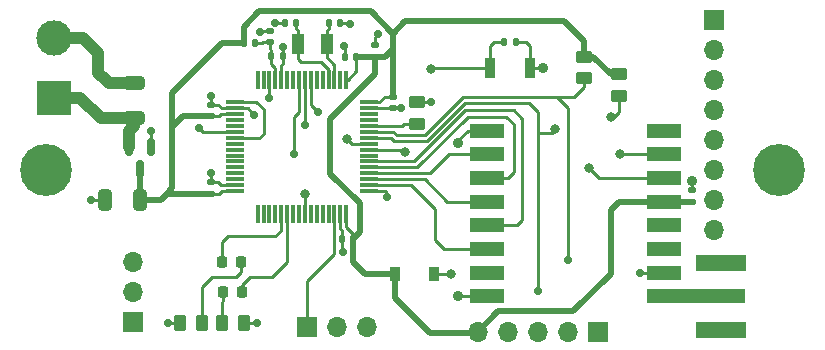
<source format=gbr>
%TF.GenerationSoftware,KiCad,Pcbnew,(6.0.1)*%
%TF.CreationDate,2023-03-06T20:27:36-05:00*%
%TF.ProjectId,PCBFiles_Node,50434246-696c-4657-935f-4e6f64652e6b,rev?*%
%TF.SameCoordinates,Original*%
%TF.FileFunction,Copper,L1,Top*%
%TF.FilePolarity,Positive*%
%FSLAX46Y46*%
G04 Gerber Fmt 4.6, Leading zero omitted, Abs format (unit mm)*
G04 Created by KiCad (PCBNEW (6.0.1)) date 2023-03-06 20:27:36*
%MOMM*%
%LPD*%
G01*
G04 APERTURE LIST*
G04 Aperture macros list*
%AMRoundRect*
0 Rectangle with rounded corners*
0 $1 Rounding radius*
0 $2 $3 $4 $5 $6 $7 $8 $9 X,Y pos of 4 corners*
0 Add a 4 corners polygon primitive as box body*
4,1,4,$2,$3,$4,$5,$6,$7,$8,$9,$2,$3,0*
0 Add four circle primitives for the rounded corners*
1,1,$1+$1,$2,$3*
1,1,$1+$1,$4,$5*
1,1,$1+$1,$6,$7*
1,1,$1+$1,$8,$9*
0 Add four rect primitives between the rounded corners*
20,1,$1+$1,$2,$3,$4,$5,0*
20,1,$1+$1,$4,$5,$6,$7,0*
20,1,$1+$1,$6,$7,$8,$9,0*
20,1,$1+$1,$8,$9,$2,$3,0*%
G04 Aperture macros list end*
%TA.AperFunction,ComponentPad*%
%ADD10R,3.000000X3.000000*%
%TD*%
%TA.AperFunction,ComponentPad*%
%ADD11C,3.000000*%
%TD*%
%TA.AperFunction,SMDPad,CuDef*%
%ADD12RoundRect,0.250000X-0.450000X0.262500X-0.450000X-0.262500X0.450000X-0.262500X0.450000X0.262500X0*%
%TD*%
%TA.AperFunction,SMDPad,CuDef*%
%ADD13RoundRect,0.140000X0.140000X0.170000X-0.140000X0.170000X-0.140000X-0.170000X0.140000X-0.170000X0*%
%TD*%
%TA.AperFunction,SMDPad,CuDef*%
%ADD14RoundRect,0.140000X0.170000X-0.140000X0.170000X0.140000X-0.170000X0.140000X-0.170000X-0.140000X0*%
%TD*%
%TA.AperFunction,SMDPad,CuDef*%
%ADD15R,0.900000X1.200000*%
%TD*%
%TA.AperFunction,SMDPad,CuDef*%
%ADD16RoundRect,0.075000X-0.075000X0.700000X-0.075000X-0.700000X0.075000X-0.700000X0.075000X0.700000X0*%
%TD*%
%TA.AperFunction,SMDPad,CuDef*%
%ADD17RoundRect,0.075000X-0.700000X0.075000X-0.700000X-0.075000X0.700000X-0.075000X0.700000X0.075000X0*%
%TD*%
%TA.AperFunction,SMDPad,CuDef*%
%ADD18RoundRect,0.140000X-0.140000X-0.170000X0.140000X-0.170000X0.140000X0.170000X-0.140000X0.170000X0*%
%TD*%
%TA.AperFunction,SMDPad,CuDef*%
%ADD19RoundRect,0.250000X0.650000X-0.325000X0.650000X0.325000X-0.650000X0.325000X-0.650000X-0.325000X0*%
%TD*%
%TA.AperFunction,ComponentPad*%
%ADD20C,4.400000*%
%TD*%
%TA.AperFunction,SMDPad,CuDef*%
%ADD21RoundRect,0.140000X-0.170000X0.140000X-0.170000X-0.140000X0.170000X-0.140000X0.170000X0.140000X0*%
%TD*%
%TA.AperFunction,SMDPad,CuDef*%
%ADD22RoundRect,0.147500X-0.147500X-0.172500X0.147500X-0.172500X0.147500X0.172500X-0.147500X0.172500X0*%
%TD*%
%TA.AperFunction,SMDPad,CuDef*%
%ADD23RoundRect,0.250000X0.325000X0.650000X-0.325000X0.650000X-0.325000X-0.650000X0.325000X-0.650000X0*%
%TD*%
%TA.AperFunction,SMDPad,CuDef*%
%ADD24R,0.900000X1.700000*%
%TD*%
%TA.AperFunction,SMDPad,CuDef*%
%ADD25RoundRect,0.250000X0.450000X-0.262500X0.450000X0.262500X-0.450000X0.262500X-0.450000X-0.262500X0*%
%TD*%
%TA.AperFunction,SMDPad,CuDef*%
%ADD26RoundRect,0.250000X-0.262500X-0.450000X0.262500X-0.450000X0.262500X0.450000X-0.262500X0.450000X0*%
%TD*%
%TA.AperFunction,SMDPad,CuDef*%
%ADD27R,1.000000X1.800000*%
%TD*%
%TA.AperFunction,SMDPad,CuDef*%
%ADD28RoundRect,0.250000X0.262500X0.450000X-0.262500X0.450000X-0.262500X-0.450000X0.262500X-0.450000X0*%
%TD*%
%TA.AperFunction,SMDPad,CuDef*%
%ADD29RoundRect,0.150000X-0.150000X0.587500X-0.150000X-0.587500X0.150000X-0.587500X0.150000X0.587500X0*%
%TD*%
%TA.AperFunction,ComponentPad*%
%ADD30R,1.700000X1.700000*%
%TD*%
%TA.AperFunction,ComponentPad*%
%ADD31O,1.700000X1.700000*%
%TD*%
%TA.AperFunction,SMDPad,CuDef*%
%ADD32R,3.000000X1.300000*%
%TD*%
%TA.AperFunction,SMDPad,CuDef*%
%ADD33RoundRect,0.218750X-0.218750X-0.256250X0.218750X-0.256250X0.218750X0.256250X-0.218750X0.256250X0*%
%TD*%
%TA.AperFunction,SMDPad,CuDef*%
%ADD34RoundRect,0.218750X0.218750X0.256250X-0.218750X0.256250X-0.218750X-0.256250X0.218750X-0.256250X0*%
%TD*%
%TA.AperFunction,SMDPad,CuDef*%
%ADD35R,3.600000X1.270000*%
%TD*%
%TA.AperFunction,SMDPad,CuDef*%
%ADD36R,4.200000X1.350000*%
%TD*%
%TA.AperFunction,ViaPad*%
%ADD37C,0.700000*%
%TD*%
%TA.AperFunction,ViaPad*%
%ADD38C,0.800000*%
%TD*%
%TA.AperFunction,ViaPad*%
%ADD39C,0.900000*%
%TD*%
%TA.AperFunction,Conductor*%
%ADD40C,0.500000*%
%TD*%
%TA.AperFunction,Conductor*%
%ADD41C,0.250000*%
%TD*%
%TA.AperFunction,Conductor*%
%ADD42C,1.000000*%
%TD*%
%TA.AperFunction,Conductor*%
%ADD43C,1.200000*%
%TD*%
G04 APERTURE END LIST*
D10*
%TO.P,J1,1,Pin_1*%
%TO.N,+5V*%
X48200000Y-92140000D03*
D11*
%TO.P,J1,2,Pin_2*%
%TO.N,GND*%
X48200000Y-87060000D03*
%TD*%
D12*
%TO.P,R4,1*%
%TO.N,+3V3*%
X96040000Y-90177500D03*
%TO.P,R4,2*%
%TO.N,I2C1_SCL*%
X96040000Y-92002500D03*
%TD*%
D13*
%TO.P,C13,1*%
%TO.N,LSE_OUT*%
X68730000Y-85855000D03*
%TO.P,C13,2*%
%TO.N,GND*%
X67770000Y-85855000D03*
%TD*%
D14*
%TO.P,C14,1*%
%TO.N,+3V3*%
X102240000Y-100960000D03*
%TO.P,C14,2*%
%TO.N,GND*%
X102240000Y-100000000D03*
%TD*%
D15*
%TO.P,D1,1,K*%
%TO.N,Net-(D1-Pad1)*%
X80360000Y-107100000D03*
%TO.P,D1,2,A*%
%TO.N,+3V3*%
X77060000Y-107100000D03*
%TD*%
D16*
%TO.P,U1,1,VBAT*%
%TO.N,+3V3*%
X72950000Y-90625000D03*
%TO.P,U1,2,PC13*%
%TO.N,unconnected-(U1-Pad2)*%
X72450000Y-90625000D03*
%TO.P,U1,3,PC14*%
%TO.N,LSE_IN*%
X71950000Y-90625000D03*
%TO.P,U1,4,PC15*%
%TO.N,LSE_OUT*%
X71450000Y-90625000D03*
%TO.P,U1,5,PH0*%
%TO.N,unconnected-(U1-Pad5)*%
X70950000Y-90625000D03*
%TO.P,U1,6,PH1*%
%TO.N,unconnected-(U1-Pad6)*%
X70450000Y-90625000D03*
%TO.P,U1,7,NRST*%
%TO.N,NRST*%
X69950000Y-90625000D03*
%TO.P,U1,8,PC0*%
%TO.N,LPUART1_RX*%
X69450000Y-90625000D03*
%TO.P,U1,9,PC1*%
%TO.N,LPUART1_TX*%
X68950000Y-90625000D03*
%TO.P,U1,10,PC2*%
%TO.N,unconnected-(U1-Pad10)*%
X68450000Y-90625000D03*
%TO.P,U1,11,PC3*%
%TO.N,unconnected-(U1-Pad11)*%
X67950000Y-90625000D03*
%TO.P,U1,12,VSSA*%
%TO.N,GND*%
X67450000Y-90625000D03*
%TO.P,U1,13,VDDA*%
%TO.N,+3.3VA*%
X66950000Y-90625000D03*
%TO.P,U1,14,PA0*%
%TO.N,V_REF_IN*%
X66450000Y-90625000D03*
%TO.P,U1,15,PA1*%
%TO.N,unconnected-(U1-Pad15)*%
X65950000Y-90625000D03*
%TO.P,U1,16,PA2*%
%TO.N,unconnected-(U1-Pad16)*%
X65450000Y-90625000D03*
D17*
%TO.P,U1,17,PA3*%
%TO.N,V_REF_OUT*%
X63525000Y-92550000D03*
%TO.P,U1,18,VSS*%
%TO.N,GND*%
X63525000Y-93050000D03*
%TO.P,U1,19,VDD*%
%TO.N,+3V3*%
X63525000Y-93550000D03*
%TO.P,U1,20,PA4*%
%TO.N,unconnected-(U1-Pad20)*%
X63525000Y-94050000D03*
%TO.P,U1,21,PA5*%
%TO.N,unconnected-(U1-Pad21)*%
X63525000Y-94550000D03*
%TO.P,U1,22,PA6*%
%TO.N,V_GAS*%
X63525000Y-95050000D03*
%TO.P,U1,23,PA7*%
%TO.N,V_REF_OUT*%
X63525000Y-95550000D03*
%TO.P,U1,24,PC4*%
%TO.N,unconnected-(U1-Pad24)*%
X63525000Y-96050000D03*
%TO.P,U1,25,PC5*%
%TO.N,unconnected-(U1-Pad25)*%
X63525000Y-96550000D03*
%TO.P,U1,26,PB0*%
%TO.N,unconnected-(U1-Pad26)*%
X63525000Y-97050000D03*
%TO.P,U1,27,PB1*%
%TO.N,unconnected-(U1-Pad27)*%
X63525000Y-97550000D03*
%TO.P,U1,28,PB2*%
%TO.N,unconnected-(U1-Pad28)*%
X63525000Y-98050000D03*
%TO.P,U1,29,PB10*%
%TO.N,unconnected-(U1-Pad29)*%
X63525000Y-98550000D03*
%TO.P,U1,30,PB11*%
%TO.N,unconnected-(U1-Pad30)*%
X63525000Y-99050000D03*
%TO.P,U1,31,VSS*%
%TO.N,GND*%
X63525000Y-99550000D03*
%TO.P,U1,32,VDD*%
%TO.N,+3V3*%
X63525000Y-100050000D03*
D16*
%TO.P,U1,33,PB12*%
%TO.N,unconnected-(U1-Pad33)*%
X65450000Y-101975000D03*
%TO.P,U1,34,PB13*%
%TO.N,unconnected-(U1-Pad34)*%
X65950000Y-101975000D03*
%TO.P,U1,35,PB14*%
%TO.N,unconnected-(U1-Pad35)*%
X66450000Y-101975000D03*
%TO.P,U1,36,PB15*%
%TO.N,unconnected-(U1-Pad36)*%
X66950000Y-101975000D03*
%TO.P,U1,37,PC6*%
%TO.N,RED_LED*%
X67450000Y-101975000D03*
%TO.P,U1,38,PC7*%
%TO.N,GREEN_LED*%
X67950000Y-101975000D03*
%TO.P,U1,39,PC8*%
%TO.N,unconnected-(U1-Pad39)*%
X68450000Y-101975000D03*
%TO.P,U1,40,PC9*%
%TO.N,unconnected-(U1-Pad40)*%
X68950000Y-101975000D03*
%TO.P,U1,41,PA8*%
%TO.N,RESET_SHT31*%
X69450000Y-101975000D03*
%TO.P,U1,42,PA9*%
%TO.N,unconnected-(U1-Pad42)*%
X69950000Y-101975000D03*
%TO.P,U1,43,PA10*%
%TO.N,unconnected-(U1-Pad43)*%
X70450000Y-101975000D03*
%TO.P,U1,44,PA11*%
%TO.N,unconnected-(U1-Pad44)*%
X70950000Y-101975000D03*
%TO.P,U1,45,PA12*%
%TO.N,unconnected-(U1-Pad45)*%
X71450000Y-101975000D03*
%TO.P,U1,46,PA13*%
%TO.N,SWDIO*%
X71950000Y-101975000D03*
%TO.P,U1,47,VSS*%
%TO.N,GND*%
X72450000Y-101975000D03*
%TO.P,U1,48,VDD*%
%TO.N,+3V3*%
X72950000Y-101975000D03*
D17*
%TO.P,U1,49,PA14*%
%TO.N,SWCLK*%
X74875000Y-100050000D03*
%TO.P,U1,50,PA15*%
%TO.N,RESET_RFM9X*%
X74875000Y-99550000D03*
%TO.P,U1,51,PC10*%
%TO.N,SPI3_SCK*%
X74875000Y-99050000D03*
%TO.P,U1,52,PC11*%
%TO.N,SPI3_MISO*%
X74875000Y-98550000D03*
%TO.P,U1,53,PC12*%
%TO.N,SPI3_MOSI*%
X74875000Y-98050000D03*
%TO.P,U1,54,PD2*%
%TO.N,SPI3_NSS*%
X74875000Y-97550000D03*
%TO.P,U1,55,PB3*%
%TO.N,unconnected-(U1-Pad55)*%
X74875000Y-97050000D03*
%TO.P,U1,56,PB4*%
%TO.N,DIO0_RFM9X*%
X74875000Y-96550000D03*
%TO.P,U1,57,PB5*%
%TO.N,BATT_IND*%
X74875000Y-96050000D03*
%TO.P,U1,58,PB6*%
%TO.N,I2C1_SCL*%
X74875000Y-95550000D03*
%TO.P,U1,59,PB7*%
%TO.N,I2C1_SDA*%
X74875000Y-95050000D03*
%TO.P,U1,60,PH3*%
%TO.N,BOOT0*%
X74875000Y-94550000D03*
%TO.P,U1,61,PB8*%
%TO.N,unconnected-(U1-Pad61)*%
X74875000Y-94050000D03*
%TO.P,U1,62,PB9*%
%TO.N,unconnected-(U1-Pad62)*%
X74875000Y-93550000D03*
%TO.P,U1,63,VSS*%
%TO.N,GND*%
X74875000Y-93050000D03*
%TO.P,U1,64,VDD*%
%TO.N,+3V3*%
X74875000Y-92550000D03*
%TD*%
D14*
%TO.P,C10,1*%
%TO.N,+3.3VA*%
X66500000Y-87480000D03*
%TO.P,C10,2*%
%TO.N,GND*%
X66500000Y-86520000D03*
%TD*%
D18*
%TO.P,C11,1*%
%TO.N,+3.3VA*%
X66620000Y-88650000D03*
%TO.P,C11,2*%
%TO.N,GND*%
X67580000Y-88650000D03*
%TD*%
D19*
%TO.P,C1,1*%
%TO.N,+5V*%
X54970000Y-93875000D03*
%TO.P,C1,2*%
%TO.N,GND*%
X54970000Y-90925000D03*
%TD*%
D20*
%TO.P,H1,1*%
%TO.N,N/C*%
X109600000Y-98300000D03*
%TD*%
D21*
%TO.P,C8,1*%
%TO.N,+3V3*%
X76900000Y-92070000D03*
%TO.P,C8,2*%
%TO.N,GND*%
X76900000Y-93030000D03*
%TD*%
D14*
%TO.P,C3,1*%
%TO.N,+3V3*%
X75400000Y-88680000D03*
%TO.P,C3,2*%
%TO.N,GND*%
X75400000Y-87720000D03*
%TD*%
%TO.P,C6,1*%
%TO.N,+3V3*%
X61500000Y-100280000D03*
%TO.P,C6,2*%
%TO.N,GND*%
X61500000Y-99320000D03*
%TD*%
D22*
%TO.P,L1,1*%
%TO.N,+3V3*%
X64265000Y-87550000D03*
%TO.P,L1,2*%
%TO.N,+3.3VA*%
X65235000Y-87550000D03*
%TD*%
D23*
%TO.P,C2,1*%
%TO.N,+3V3*%
X55505000Y-100780000D03*
%TO.P,C2,2*%
%TO.N,GND*%
X52555000Y-100780000D03*
%TD*%
D24*
%TO.P,SW1,1,1*%
%TO.N,NRST*%
X85110000Y-89650000D03*
%TO.P,SW1,2,2*%
%TO.N,GND*%
X88510000Y-89650000D03*
%TD*%
D25*
%TO.P,R1,1*%
%TO.N,BOOT0*%
X78950000Y-94372500D03*
%TO.P,R1,2*%
%TO.N,GND*%
X78950000Y-92547500D03*
%TD*%
D26*
%TO.P,R2,1*%
%TO.N,Net-(D2-Pad1)*%
X62437500Y-111250000D03*
%TO.P,R2,2*%
%TO.N,GND*%
X64262500Y-111250000D03*
%TD*%
D27*
%TO.P,Y1,1,1*%
%TO.N,LSE_OUT*%
X68850000Y-87600000D03*
%TO.P,Y1,2,2*%
%TO.N,LSE_IN*%
X71350000Y-87600000D03*
%TD*%
D28*
%TO.P,R3,1*%
%TO.N,Net-(D3-Pad1)*%
X60712500Y-111250000D03*
%TO.P,R3,2*%
%TO.N,GND*%
X58887500Y-111250000D03*
%TD*%
D12*
%TO.P,R5,1*%
%TO.N,+3V3*%
X93100000Y-88667500D03*
%TO.P,R5,2*%
%TO.N,I2C1_SDA*%
X93100000Y-90492500D03*
%TD*%
D13*
%TO.P,C4,1*%
%TO.N,+3V3*%
X73780000Y-88700000D03*
%TO.P,C4,2*%
%TO.N,GND*%
X72820000Y-88700000D03*
%TD*%
D29*
%TO.P,U3,1,GND*%
%TO.N,GND*%
X56460000Y-96332500D03*
%TO.P,U3,2,VI*%
%TO.N,+5V*%
X54560000Y-96332500D03*
%TO.P,U3,3,VO*%
%TO.N,+3V3*%
X55510000Y-98207500D03*
%TD*%
D30*
%TO.P,J4,1,Pin_1*%
%TO.N,GND*%
X94240000Y-111960000D03*
D31*
%TO.P,J4,2,Pin_2*%
%TO.N,I2C1_SDA*%
X91700000Y-111960000D03*
%TO.P,J4,3,Pin_3*%
%TO.N,I2C1_SCL*%
X89160000Y-111960000D03*
%TO.P,J4,4,Pin_4*%
%TO.N,RESET_SHT31*%
X86620000Y-111960000D03*
%TO.P,J4,5,Pin_5*%
%TO.N,+3V3*%
X84080000Y-111960000D03*
%TD*%
D18*
%TO.P,C9,1*%
%TO.N,NRST*%
X86330000Y-87400000D03*
%TO.P,C9,2*%
%TO.N,GND*%
X87290000Y-87400000D03*
%TD*%
%TO.P,C12,1*%
%TO.N,LSE_IN*%
X71470000Y-85855000D03*
%TO.P,C12,2*%
%TO.N,GND*%
X72430000Y-85855000D03*
%TD*%
D13*
%TO.P,C7,1*%
%TO.N,+3V3*%
X73530000Y-104100000D03*
%TO.P,C7,2*%
%TO.N,GND*%
X72570000Y-104100000D03*
%TD*%
D32*
%TO.P,U2,1,GND*%
%TO.N,GND*%
X84850000Y-94960000D03*
%TO.P,U2,2,MISO*%
%TO.N,SPI3_MISO*%
X84850000Y-96960000D03*
%TO.P,U2,3,MOSI*%
%TO.N,SPI3_MOSI*%
X84850000Y-98960000D03*
%TO.P,U2,4,SCK*%
%TO.N,SPI3_SCK*%
X84850000Y-100960000D03*
%TO.P,U2,5,NSS*%
%TO.N,SPI3_NSS*%
X84850000Y-102960000D03*
%TO.P,U2,6,~{RESET}*%
%TO.N,RESET_RFM9X*%
X84850000Y-104960000D03*
%TO.P,U2,7,DIO5*%
%TO.N,unconnected-(U2-Pad7)*%
X84850000Y-106960000D03*
%TO.P,U2,8,GND*%
%TO.N,GND*%
X84850000Y-108960000D03*
%TO.P,U2,9,DIO2*%
%TO.N,unconnected-(U2-Pad9)*%
X99850000Y-94960000D03*
%TO.P,U2,10,DIO1*%
%TO.N,BATT_IND*%
X99850000Y-96960000D03*
%TO.P,U2,11,DIO0*%
%TO.N,DIO0_RFM9X*%
X99850000Y-98960000D03*
%TO.P,U2,12,VDD*%
%TO.N,+3V3*%
X99850000Y-100960000D03*
%TO.P,U2,13,DIO4*%
%TO.N,unconnected-(U2-Pad13)*%
X99850000Y-102960000D03*
%TO.P,U2,14,DIO3*%
%TO.N,unconnected-(U2-Pad14)*%
X99850000Y-104960000D03*
%TO.P,U2,15,GND*%
%TO.N,GND*%
X99850000Y-106960000D03*
%TO.P,U2,16,ANT*%
%TO.N,/ANT*%
X99850000Y-108960000D03*
%TD*%
D14*
%TO.P,C5,1*%
%TO.N,+3V3*%
X61500000Y-93730000D03*
%TO.P,C5,2*%
%TO.N,GND*%
X61500000Y-92770000D03*
%TD*%
D20*
%TO.P,H2,1*%
%TO.N,N/C*%
X47500000Y-98300000D03*
%TD*%
D33*
%TO.P,D2,1,K*%
%TO.N,Net-(D2-Pad1)*%
X62512500Y-108600000D03*
%TO.P,D2,2,A*%
%TO.N,GREEN_LED*%
X64087500Y-108600000D03*
%TD*%
D34*
%TO.P,D3,1,K*%
%TO.N,Net-(D3-Pad1)*%
X64037500Y-106050000D03*
%TO.P,D3,2,A*%
%TO.N,RED_LED*%
X62462500Y-106050000D03*
%TD*%
D30*
%TO.P,J2,1,Pin_1*%
%TO.N,SWDIO*%
X69600000Y-111575000D03*
D31*
%TO.P,J2,2,Pin_2*%
%TO.N,GND*%
X72140000Y-111575000D03*
%TO.P,J2,3,Pin_3*%
%TO.N,SWCLK*%
X74680000Y-111575000D03*
%TD*%
D35*
%TO.P,J7,1,In*%
%TO.N,/ANT*%
X104900000Y-108970000D03*
D36*
%TO.P,J7,2,Ext*%
%TO.N,GND*%
X104700000Y-111795000D03*
X104700000Y-106145000D03*
%TD*%
D30*
%TO.P,J5,1,Pin_1*%
%TO.N,GND*%
X54900000Y-111180000D03*
D31*
%TO.P,J5,2,Pin_2*%
%TO.N,LPUART1_TX*%
X54900000Y-108640000D03*
%TO.P,J5,3,Pin_3*%
%TO.N,LPUART1_RX*%
X54900000Y-106100000D03*
%TD*%
D30*
%TO.P,J3,1,Pin_1*%
%TO.N,V_GAS*%
X104100000Y-85600000D03*
D31*
%TO.P,J3,2,Pin_2*%
%TO.N,V_REF_IN*%
X104100000Y-88140000D03*
%TO.P,J3,3,Pin_3*%
%TO.N,unconnected-(J3-Pad3)*%
X104100000Y-90680000D03*
%TO.P,J3,4,Pin_4*%
%TO.N,unconnected-(J3-Pad4)*%
X104100000Y-93220000D03*
%TO.P,J3,5,Pin_5*%
%TO.N,unconnected-(J3-Pad5)*%
X104100000Y-95760000D03*
%TO.P,J3,6,Pin_6*%
%TO.N,GND*%
X104100000Y-98300000D03*
%TO.P,J3,7,Pin_7*%
%TO.N,unconnected-(J3-Pad7)*%
X104100000Y-100840000D03*
%TO.P,J3,8,Pin_8*%
%TO.N,Net-(D1-Pad1)*%
X104100000Y-103380000D03*
%TD*%
D37*
%TO.N,I2C1_SCL*%
X89180000Y-108510000D03*
D38*
X90660000Y-94840000D03*
X95410000Y-93800000D03*
D39*
%TO.N,GND*%
X89610000Y-89650000D03*
D37*
X61510000Y-98510000D03*
X66920000Y-85810000D03*
X73300000Y-85910000D03*
D39*
X82440000Y-95980000D03*
D37*
X80100000Y-92540000D03*
X53400000Y-90950000D03*
X57880000Y-111270000D03*
X67600000Y-87900000D03*
X56460000Y-94960000D03*
D39*
X82410000Y-108960000D03*
D37*
X65660000Y-86570000D03*
X77590000Y-93030000D03*
X75600000Y-86800000D03*
X72700000Y-105200000D03*
X52030000Y-90080000D03*
X51360000Y-100780000D03*
X72800000Y-87790000D03*
D39*
X102240000Y-99220000D03*
D37*
X65130000Y-93580000D03*
X50630000Y-87120000D03*
X61510000Y-91990000D03*
X65390000Y-111250000D03*
X97830000Y-106960000D03*
X51900000Y-88420000D03*
%TO.N,I2C1_SDA*%
X91730000Y-105880000D03*
%TO.N,NRST*%
X70600000Y-93400000D03*
D38*
X80160000Y-89740000D03*
%TO.N,Net-(D1-Pad1)*%
X81830000Y-107100000D03*
%TO.N,BATT_IND*%
X96110000Y-96880000D03*
X73000000Y-95620000D03*
%TO.N,DIO0_RFM9X*%
X77920000Y-96770000D03*
X93480000Y-98130000D03*
D37*
%TO.N,V_REF_IN*%
X66450000Y-92150000D03*
%TO.N,V_GAS*%
X60450000Y-94700000D03*
%TO.N,SWCLK*%
X76370000Y-100590000D03*
%TO.N,LPUART1_TX*%
X68550000Y-96900000D03*
%TO.N,LPUART1_RX*%
X69450000Y-94450000D03*
D38*
%TO.N,RESET_SHT31*%
X69460000Y-100320000D03*
%TD*%
D40*
%TO.N,+3V3*%
X73530000Y-104100000D02*
X74110000Y-103520000D01*
X76900000Y-88000000D02*
X76220000Y-88680000D01*
X93100000Y-87390000D02*
X93100000Y-88667500D01*
X75030000Y-84850000D02*
X72900000Y-84850000D01*
X75400000Y-88680000D02*
X73800000Y-88680000D01*
X61500000Y-100280000D02*
X57760000Y-100280000D01*
D41*
X63525000Y-100050000D02*
X62400000Y-100050000D01*
X72950000Y-103130000D02*
X73530000Y-103710000D01*
D40*
X75400000Y-90120000D02*
X75400000Y-88680000D01*
X95330000Y-107060000D02*
X92170000Y-110220000D01*
X58230000Y-99810000D02*
X57260000Y-100780000D01*
X74110000Y-101110000D02*
X71600000Y-98600000D01*
D41*
X74875000Y-92550000D02*
X75740000Y-92550000D01*
D40*
X71600000Y-98600000D02*
X71600000Y-93920000D01*
D41*
X62170000Y-100280000D02*
X61500000Y-100280000D01*
D40*
X85820000Y-110220000D02*
X84080000Y-111960000D01*
D41*
X75740000Y-92550000D02*
X76220000Y-92070000D01*
D40*
X58230000Y-95360000D02*
X58230000Y-99810000D01*
D41*
X62400000Y-100050000D02*
X62170000Y-100280000D01*
D40*
X59170000Y-93730000D02*
X58230000Y-94670000D01*
X76900000Y-88000000D02*
X76900000Y-86720000D01*
X95367500Y-90177500D02*
X96040000Y-90177500D01*
D41*
X72950000Y-90625000D02*
X73075000Y-90625000D01*
D40*
X76900000Y-86720000D02*
X75030000Y-84850000D01*
X57760000Y-100280000D02*
X57260000Y-100780000D01*
X74580000Y-107100000D02*
X74590000Y-107090000D01*
X57260000Y-100780000D02*
X55505000Y-100780000D01*
D41*
X58230000Y-94670000D02*
X58230000Y-95360000D01*
D40*
X61500000Y-93730000D02*
X59170000Y-93730000D01*
D41*
X73780000Y-89920000D02*
X73780000Y-88700000D01*
X62170000Y-93730000D02*
X61500000Y-93730000D01*
D40*
X73530000Y-104100000D02*
X73530000Y-106050000D01*
X99350000Y-100960000D02*
X96010000Y-100960000D01*
X72900000Y-84850000D02*
X65600000Y-84850000D01*
X55505000Y-100780000D02*
X55505000Y-98212500D01*
X76900000Y-86720000D02*
X77930000Y-85690000D01*
X80035000Y-112075000D02*
X77060000Y-109100000D01*
X96010000Y-100960000D02*
X95330000Y-101640000D01*
X74590000Y-107090000D02*
X74600000Y-107100000D01*
X76220000Y-88680000D02*
X75400000Y-88680000D01*
D41*
X63525000Y-93550000D02*
X62350000Y-93550000D01*
D40*
X84100000Y-112075000D02*
X80035000Y-112075000D01*
X77060000Y-109100000D02*
X77060000Y-107100000D01*
X99350000Y-100960000D02*
X102240000Y-100960000D01*
X73530000Y-106050000D02*
X74580000Y-107100000D01*
D41*
X76220000Y-92070000D02*
X76900000Y-92070000D01*
X73530000Y-103710000D02*
X73530000Y-104100000D01*
D40*
X93100000Y-88667500D02*
X93857500Y-88667500D01*
X74110000Y-103520000D02*
X74110000Y-101110000D01*
X64265000Y-87550000D02*
X62400000Y-87550000D01*
X73800000Y-88680000D02*
X73780000Y-88700000D01*
X64265000Y-86185000D02*
X64265000Y-87550000D01*
X74600000Y-107100000D02*
X77060000Y-107100000D01*
X65600000Y-84850000D02*
X64265000Y-86185000D01*
X93857500Y-88667500D02*
X95367500Y-90177500D01*
D41*
X72950000Y-101975000D02*
X72950000Y-103130000D01*
D40*
X92170000Y-110220000D02*
X85820000Y-110220000D01*
X58230000Y-91720000D02*
X58230000Y-95360000D01*
D41*
X73075000Y-90625000D02*
X73780000Y-89920000D01*
D40*
X76900000Y-92070000D02*
X76900000Y-90410000D01*
D41*
X62350000Y-93550000D02*
X62170000Y-93730000D01*
D40*
X76900000Y-90410000D02*
X76900000Y-88000000D01*
X55505000Y-98212500D02*
X55510000Y-98207500D01*
X62400000Y-87550000D02*
X58230000Y-91720000D01*
X77930000Y-85690000D02*
X91400000Y-85690000D01*
X71600000Y-93920000D02*
X75400000Y-90120000D01*
X95330000Y-101640000D02*
X95330000Y-107060000D01*
X91400000Y-85690000D02*
X93100000Y-87390000D01*
D41*
%TO.N,I2C1_SCL*%
X79780000Y-95800000D02*
X82980000Y-92600000D01*
X90340000Y-95160000D02*
X90660000Y-94840000D01*
X95410000Y-93800000D02*
X95620000Y-93800000D01*
X89180000Y-95160000D02*
X89180000Y-108510000D01*
X89180000Y-93390000D02*
X89180000Y-95160000D01*
X82980000Y-92600000D02*
X88390000Y-92600000D01*
X88390000Y-92600000D02*
X88500000Y-92710000D01*
X88500000Y-92710000D02*
X89180000Y-93390000D01*
X76980000Y-95800000D02*
X79780000Y-95800000D01*
X89180000Y-95160000D02*
X90340000Y-95160000D01*
X74875000Y-95550000D02*
X76730000Y-95550000D01*
X96040000Y-93380000D02*
X96040000Y-92002500D01*
X95620000Y-93800000D02*
X96040000Y-93380000D01*
X76730000Y-95550000D02*
X76980000Y-95800000D01*
%TO.N,GND*%
X97830000Y-106960000D02*
X99350000Y-106960000D01*
X77590000Y-93030000D02*
X76900000Y-93030000D01*
X67450000Y-89400000D02*
X67580000Y-89270000D01*
X72570000Y-105070000D02*
X72700000Y-105200000D01*
X78957500Y-92540000D02*
X78950000Y-92547500D01*
X64600000Y-93050000D02*
X65150000Y-93600000D01*
X82410000Y-108960000D02*
X85350000Y-108960000D01*
X62350000Y-99550000D02*
X62120000Y-99320000D01*
X72430000Y-85855000D02*
X73255000Y-85855000D01*
X72450000Y-103265704D02*
X72570000Y-103385704D01*
X66955000Y-85855000D02*
X66900000Y-85800000D01*
X80100000Y-92540000D02*
X78957500Y-92540000D01*
D42*
X50660000Y-87060000D02*
X51950000Y-88350000D01*
D41*
X65680000Y-86520000D02*
X65650000Y-86550000D01*
X62400000Y-93050000D02*
X62120000Y-92770000D01*
X51360000Y-100780000D02*
X52555000Y-100780000D01*
X88510000Y-87750000D02*
X88510000Y-89650000D01*
D42*
X48200000Y-87060000D02*
X50660000Y-87060000D01*
D41*
X102240000Y-99220000D02*
X102240000Y-100000000D01*
X75400000Y-87720000D02*
X75400000Y-87000000D01*
X63525000Y-93050000D02*
X62400000Y-93050000D01*
X74875000Y-93050000D02*
X76880000Y-93050000D01*
D42*
X51950000Y-88350000D02*
X51950000Y-90050000D01*
D41*
X62120000Y-99320000D02*
X61500000Y-99320000D01*
X67580000Y-87920000D02*
X67600000Y-87900000D01*
X82440000Y-95740000D02*
X83220000Y-94960000D01*
X72820000Y-87820000D02*
X72800000Y-87800000D01*
X72570000Y-103385704D02*
X72570000Y-104100000D01*
X67580000Y-88650000D02*
X67580000Y-87920000D01*
X67450000Y-90625000D02*
X67450000Y-89400000D01*
D42*
X51950000Y-90050000D02*
X52595000Y-90695000D01*
D41*
X67580000Y-89270000D02*
X67580000Y-88650000D01*
X88160000Y-87400000D02*
X88510000Y-87750000D01*
X66500000Y-86520000D02*
X65680000Y-86520000D01*
X87290000Y-87400000D02*
X88160000Y-87400000D01*
X64175000Y-111250000D02*
X65350000Y-111250000D01*
X63525000Y-99550000D02*
X62350000Y-99550000D01*
X83220000Y-94960000D02*
X85350000Y-94960000D01*
D42*
X52595000Y-90695000D02*
X52825000Y-90925000D01*
D41*
X72570000Y-104100000D02*
X72570000Y-105070000D01*
X72820000Y-88700000D02*
X72820000Y-87820000D01*
X73255000Y-85855000D02*
X73300000Y-85900000D01*
X58975000Y-111250000D02*
X57850000Y-111250000D01*
D42*
X52825000Y-90925000D02*
X55300000Y-90925000D01*
D41*
X82440000Y-95980000D02*
X82440000Y-95740000D01*
X88510000Y-89650000D02*
X89610000Y-89650000D01*
X67770000Y-85855000D02*
X66955000Y-85855000D01*
X62120000Y-92770000D02*
X61500000Y-92770000D01*
X75400000Y-87000000D02*
X75600000Y-86800000D01*
X72450000Y-101975000D02*
X72450000Y-103265704D01*
X56460000Y-96332500D02*
X56460000Y-94960000D01*
X61500000Y-92770000D02*
X61500000Y-92000000D01*
X63525000Y-93050000D02*
X64600000Y-93050000D01*
X61500000Y-99320000D02*
X61500000Y-98500000D01*
%TO.N,I2C1_SDA*%
X77240000Y-95350000D02*
X79590000Y-95350000D01*
X93100000Y-91240000D02*
X93100000Y-90492500D01*
X76940000Y-95050000D02*
X77240000Y-95350000D01*
X82810000Y-92130000D02*
X90800000Y-92130000D01*
X90800000Y-92130000D02*
X92210000Y-92130000D01*
X91730000Y-93060000D02*
X91730000Y-105880000D01*
X90800000Y-92130000D02*
X91730000Y-93060000D01*
X74875000Y-95050000D02*
X76940000Y-95050000D01*
X92210000Y-92130000D02*
X93100000Y-91240000D01*
X79590000Y-95350000D02*
X82810000Y-92130000D01*
%TO.N,NRST*%
X85460000Y-87400000D02*
X85110000Y-87750000D01*
X80160000Y-89740000D02*
X80250000Y-89650000D01*
X69950000Y-90625000D02*
X69950000Y-92750000D01*
X86330000Y-87400000D02*
X85460000Y-87400000D01*
X80250000Y-89650000D02*
X85110000Y-89650000D01*
X85110000Y-87750000D02*
X85110000Y-89650000D01*
X69950000Y-92750000D02*
X70600000Y-93400000D01*
%TO.N,+3.3VA*%
X66500000Y-88000000D02*
X66500000Y-87480000D01*
X65920000Y-87480000D02*
X65850000Y-87550000D01*
X66620000Y-88120000D02*
X66500000Y-88000000D01*
X66950000Y-90625000D02*
X66950000Y-89600000D01*
X65850000Y-87550000D02*
X65235000Y-87550000D01*
X66950000Y-89600000D02*
X66620000Y-89270000D01*
X66620000Y-88650000D02*
X66620000Y-88120000D01*
X66500000Y-87480000D02*
X65920000Y-87480000D01*
X66620000Y-89270000D02*
X66620000Y-88650000D01*
%TO.N,Net-(D1-Pad1)*%
X80360000Y-107100000D02*
X81830000Y-107100000D01*
%TO.N,Net-(D2-Pad1)*%
X62512500Y-109347500D02*
X62512500Y-108600000D01*
X62437500Y-109422500D02*
X62512500Y-109347500D01*
X62437500Y-111250000D02*
X62437500Y-109422500D01*
%TO.N,RESET_RFM9X*%
X78450000Y-99550000D02*
X80500000Y-101600000D01*
X80500000Y-101600000D02*
X80500000Y-104210000D01*
X74875000Y-99550000D02*
X78450000Y-99550000D01*
X81250000Y-104960000D02*
X85350000Y-104960000D01*
X80500000Y-104210000D02*
X81250000Y-104960000D01*
%TO.N,/ANT*%
X99350000Y-108960000D02*
X99360000Y-108970000D01*
D43*
X99360000Y-108970000D02*
X104900000Y-108970000D01*
D41*
%TO.N,BATT_IND*%
X73430000Y-96050000D02*
X73000000Y-95620000D01*
X74875000Y-96050000D02*
X73430000Y-96050000D01*
X96190000Y-96960000D02*
X99350000Y-96960000D01*
X96110000Y-96880000D02*
X96190000Y-96960000D01*
%TO.N,DIO0_RFM9X*%
X94310000Y-98960000D02*
X93480000Y-98130000D01*
X77920000Y-96770000D02*
X77700000Y-96550000D01*
X99350000Y-98960000D02*
X94310000Y-98960000D01*
X77700000Y-96550000D02*
X74875000Y-96550000D01*
%TO.N,V_REF_IN*%
X66450000Y-92150000D02*
X66450000Y-90625000D01*
%TO.N,GREEN_LED*%
X67950000Y-101975000D02*
X67950000Y-106050000D01*
X64800000Y-107300000D02*
X64087500Y-108012500D01*
X67950000Y-106050000D02*
X66700000Y-107300000D01*
X64087500Y-108012500D02*
X64087500Y-108600000D01*
X66700000Y-107300000D02*
X64800000Y-107300000D01*
%TO.N,V_REF_OUT*%
X65950000Y-93150000D02*
X65950000Y-95200000D01*
X65350000Y-92550000D02*
X65950000Y-93150000D01*
X65600000Y-95550000D02*
X63525000Y-95550000D01*
X65950000Y-95200000D02*
X65600000Y-95550000D01*
X63525000Y-92550000D02*
X65350000Y-92550000D01*
%TO.N,V_GAS*%
X60800000Y-95050000D02*
X63525000Y-95050000D01*
X60450000Y-94700000D02*
X60800000Y-95050000D01*
%TO.N,RED_LED*%
X62462500Y-104337500D02*
X62462500Y-106050000D01*
X67450000Y-103400000D02*
X66950000Y-103900000D01*
X62900000Y-103900000D02*
X62462500Y-104337500D01*
X67450000Y-101975000D02*
X67450000Y-103400000D01*
X66950000Y-103900000D02*
X62900000Y-103900000D01*
%TO.N,SWDIO*%
X69600000Y-107700000D02*
X69600000Y-111575000D01*
X71950000Y-105350000D02*
X69600000Y-107700000D01*
X71950000Y-101975000D02*
X71950000Y-105350000D01*
%TO.N,SWCLK*%
X76220000Y-100050000D02*
X74875000Y-100050000D01*
X76370000Y-100200000D02*
X76220000Y-100050000D01*
X76370000Y-100590000D02*
X76370000Y-100200000D01*
D42*
%TO.N,+5V*%
X50440000Y-92140000D02*
X52175000Y-93875000D01*
X54970000Y-94590000D02*
X54560000Y-95000000D01*
X54560000Y-95000000D02*
X54560000Y-96332500D01*
X54970000Y-93875000D02*
X54970000Y-94590000D01*
X52175000Y-93875000D02*
X54970000Y-93875000D01*
X48200000Y-92140000D02*
X50440000Y-92140000D01*
D41*
%TO.N,SPI3_NSS*%
X74875000Y-97550000D02*
X78700000Y-97550000D01*
X78700000Y-97550000D02*
X83030000Y-93220000D01*
X87860000Y-102510000D02*
X87410000Y-102960000D01*
X87860000Y-93930000D02*
X87860000Y-102510000D01*
X87410000Y-102960000D02*
X85350000Y-102960000D01*
X83030000Y-93220000D02*
X87150000Y-93220000D01*
X87150000Y-93220000D02*
X87860000Y-93930000D01*
%TO.N,SPI3_SCK*%
X79610000Y-99050000D02*
X81520000Y-100960000D01*
X81520000Y-100960000D02*
X85350000Y-100960000D01*
X74875000Y-99050000D02*
X79610000Y-99050000D01*
%TO.N,SPI3_MISO*%
X81620000Y-96960000D02*
X85350000Y-96960000D01*
X74875000Y-98550000D02*
X80030000Y-98550000D01*
X80030000Y-98550000D02*
X81620000Y-96960000D01*
%TO.N,SPI3_MOSI*%
X86680000Y-98960000D02*
X85350000Y-98960000D01*
X74875000Y-98050000D02*
X78950000Y-98050000D01*
X78950000Y-98050000D02*
X83240000Y-93760000D01*
X83240000Y-93760000D02*
X86520000Y-93760000D01*
X87160000Y-94400000D02*
X87160000Y-98480000D01*
X87160000Y-98480000D02*
X86680000Y-98960000D01*
X86520000Y-93760000D02*
X87160000Y-94400000D01*
%TO.N,LSE_IN*%
X71950000Y-89350000D02*
X71350000Y-88750000D01*
X71350000Y-88750000D02*
X71350000Y-87600000D01*
X71950000Y-90625000D02*
X71950000Y-89350000D01*
X71350000Y-87600000D02*
X71350000Y-86450000D01*
X71470000Y-86330000D02*
X71470000Y-85855000D01*
X71350000Y-86450000D02*
X71470000Y-86330000D01*
%TO.N,LSE_OUT*%
X71450000Y-89784994D02*
X70815006Y-89150000D01*
X68850000Y-88850000D02*
X68850000Y-87600000D01*
X68850000Y-87600000D02*
X68850000Y-86450000D01*
X71450000Y-90625000D02*
X71450000Y-89784994D01*
X68850000Y-86450000D02*
X68730000Y-86330000D01*
X69150000Y-89150000D02*
X68850000Y-88850000D01*
X68730000Y-86330000D02*
X68730000Y-85855000D01*
X70815006Y-89150000D02*
X69150000Y-89150000D01*
%TO.N,Net-(D3-Pad1)*%
X63650000Y-107300000D02*
X61600000Y-107300000D01*
X60712500Y-111250000D02*
X60712500Y-108187500D01*
X64037500Y-106912500D02*
X63650000Y-107300000D01*
X60712500Y-108187500D02*
X61600000Y-107300000D01*
X64037500Y-106050000D02*
X64037500Y-106912500D01*
%TO.N,LPUART1_TX*%
X68950000Y-93350000D02*
X68950000Y-90625000D01*
X68550000Y-96900000D02*
X68550000Y-93750000D01*
X68550000Y-93750000D02*
X68950000Y-93350000D01*
%TO.N,LPUART1_RX*%
X69450000Y-94450000D02*
X69450000Y-90625000D01*
%TO.N,BOOT0*%
X77877500Y-94372500D02*
X78950000Y-94372500D01*
X77700000Y-94550000D02*
X77877500Y-94372500D01*
X74875000Y-94550000D02*
X77700000Y-94550000D01*
%TO.N,RESET_SHT31*%
X69460000Y-100320000D02*
X69460000Y-101965000D01*
X69460000Y-101965000D02*
X69450000Y-101975000D01*
%TD*%
M02*

</source>
